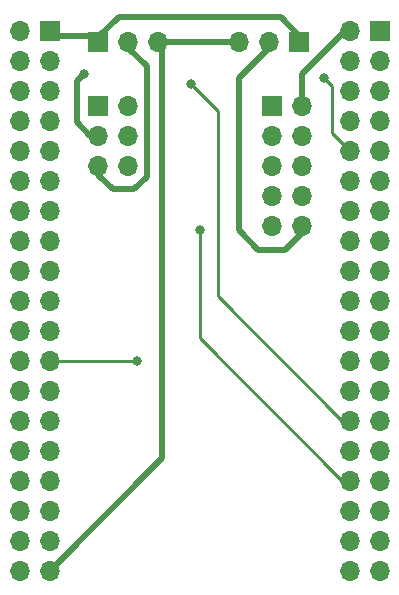
<source format=gbr>
%TF.GenerationSoftware,KiCad,Pcbnew,(6.0.10)*%
%TF.CreationDate,2023-02-13T00:06:07+09:00*%
%TF.ProjectId,esp-prog-adator,6573702d-7072-46f6-972d-616461746f72,2*%
%TF.SameCoordinates,PX85d5798PY7999e20*%
%TF.FileFunction,Copper,L1,Top*%
%TF.FilePolarity,Positive*%
%FSLAX46Y46*%
G04 Gerber Fmt 4.6, Leading zero omitted, Abs format (unit mm)*
G04 Created by KiCad (PCBNEW (6.0.10)) date 2023-02-13 00:06:07*
%MOMM*%
%LPD*%
G01*
G04 APERTURE LIST*
%TA.AperFunction,ComponentPad*%
%ADD10R,1.700000X1.700000*%
%TD*%
%TA.AperFunction,ComponentPad*%
%ADD11O,1.700000X1.700000*%
%TD*%
%TA.AperFunction,ViaPad*%
%ADD12C,0.800000*%
%TD*%
%TA.AperFunction,Conductor*%
%ADD13C,0.500000*%
%TD*%
%TA.AperFunction,Conductor*%
%ADD14C,0.250000*%
%TD*%
G04 APERTURE END LIST*
D10*
%TO.P,J5,1,Pin_1*%
%TO.N,+3V3*%
X9347000Y46863000D03*
D11*
%TO.P,J5,2,Pin_2*%
%TO.N,/Vprog*%
X11887000Y46863000D03*
%TO.P,J5,3,Pin_3*%
%TO.N,+5V*%
X14427000Y46863000D03*
%TD*%
D10*
%TO.P,J6,1,Pin_1*%
%TO.N,+3V3*%
X26347000Y46863000D03*
D11*
%TO.P,J6,2,Pin_2*%
%TO.N,/Vjtag*%
X23807000Y46863000D03*
%TO.P,J6,3,Pin_3*%
%TO.N,+5V*%
X21267000Y46863000D03*
%TD*%
D10*
%TO.P,J1,1,Pin_1*%
%TO.N,+3V3*%
X5207000Y47853600D03*
D11*
%TO.P,J1,2,Pin_2*%
X2667000Y47853600D03*
%TO.P,J1,3,Pin_3*%
%TO.N,/EN*%
X5207000Y45313600D03*
%TO.P,J1,4,Pin_4*%
X2667000Y45313600D03*
%TO.P,J1,5,Pin_5*%
%TO.N,Net-(J1-Pad5)*%
X5207000Y42773600D03*
%TO.P,J1,6,Pin_6*%
X2667000Y42773600D03*
%TO.P,J1,7,Pin_7*%
%TO.N,Net-(J1-Pad7)*%
X5207000Y40233600D03*
%TO.P,J1,8,Pin_8*%
X2667000Y40233600D03*
%TO.P,J1,9,Pin_9*%
%TO.N,Net-(J1-Pad10)*%
X5207000Y37693600D03*
%TO.P,J1,10,Pin_10*%
X2667000Y37693600D03*
%TO.P,J1,11,Pin_11*%
%TO.N,Net-(J1-Pad11)*%
X5207000Y35153600D03*
%TO.P,J1,12,Pin_12*%
X2667000Y35153600D03*
%TO.P,J1,13,Pin_13*%
%TO.N,Net-(J1-Pad13)*%
X5207000Y32613600D03*
%TO.P,J1,14,Pin_14*%
X2667000Y32613600D03*
%TO.P,J1,15,Pin_15*%
%TO.N,Net-(J1-Pad15)*%
X5207000Y30073600D03*
%TO.P,J1,16,Pin_16*%
X2667000Y30073600D03*
%TO.P,J1,17,Pin_17*%
%TO.N,Net-(J1-Pad17)*%
X5207000Y27533600D03*
%TO.P,J1,18,Pin_18*%
X2667000Y27533600D03*
%TO.P,J1,19,Pin_19*%
%TO.N,Net-(J1-Pad19)*%
X5207000Y24993600D03*
%TO.P,J1,20,Pin_20*%
X2667000Y24993600D03*
%TO.P,J1,21,Pin_21*%
%TO.N,Net-(J1-Pad21)*%
X5207000Y22453600D03*
%TO.P,J1,22,Pin_22*%
X2667000Y22453600D03*
%TO.P,J1,23,Pin_23*%
%TO.N,/TMS(G14)*%
X5207000Y19913600D03*
%TO.P,J1,24,Pin_24*%
X2667000Y19913600D03*
%TO.P,J1,25,Pin_25*%
%TO.N,/TDI(G12)*%
X5207000Y17373600D03*
%TO.P,J1,26,Pin_26*%
X2667000Y17373600D03*
%TO.P,J1,27,Pin_27*%
%TO.N,Net-(J1-Pad27)*%
X5207000Y14833600D03*
%TO.P,J1,28,Pin_28*%
X2667000Y14833600D03*
%TO.P,J1,29,Pin_29*%
%TO.N,/TCK(G13)*%
X5207000Y12293600D03*
%TO.P,J1,30,Pin_30*%
X2667000Y12293600D03*
%TO.P,J1,31,Pin_31*%
%TO.N,Net-(J1-Pad31)*%
X5207000Y9753600D03*
%TO.P,J1,32,Pin_32*%
X2667000Y9753600D03*
%TO.P,J1,33,Pin_33*%
%TO.N,Net-(J1-Pad33)*%
X5207000Y7213600D03*
%TO.P,J1,34,Pin_34*%
X2667000Y7213600D03*
%TO.P,J1,35,Pin_35*%
%TO.N,Net-(J1-Pad35)*%
X5207000Y4673600D03*
%TO.P,J1,36,Pin_36*%
X2667000Y4673600D03*
%TO.P,J1,37,Pin_37*%
%TO.N,+5V*%
X5207000Y2133600D03*
%TO.P,J1,38,Pin_38*%
X2667000Y2133600D03*
%TD*%
D10*
%TO.P,J2,1,Pin_1*%
%TO.N,GND*%
X33147000Y47853600D03*
D11*
%TO.P,J2,2,Pin_2*%
X30607000Y47853600D03*
%TO.P,J2,3,Pin_3*%
%TO.N,Net-(J2-Pad3)*%
X33147000Y45313600D03*
%TO.P,J2,4,Pin_4*%
X30607000Y45313600D03*
%TO.P,J2,5,Pin_5*%
%TO.N,Net-(J2-Pad5)*%
X33147000Y42773600D03*
%TO.P,J2,6,Pin_6*%
X30607000Y42773600D03*
%TO.P,J2,7,Pin_7*%
%TO.N,/TXD*%
X33147000Y40233600D03*
%TO.P,J2,8,Pin_8*%
X30607000Y40233600D03*
%TO.P,J2,9,Pin_9*%
%TO.N,/RXD*%
X33147000Y37693600D03*
%TO.P,J2,10,Pin_10*%
X30607000Y37693600D03*
%TO.P,J2,11,Pin_11*%
%TO.N,Net-(J2-Pad11)*%
X33147000Y35153600D03*
%TO.P,J2,12,Pin_12*%
X30607000Y35153600D03*
%TO.P,J2,13,Pin_13*%
%TO.N,Net-(J2-Pad13)*%
X33147000Y32613600D03*
%TO.P,J2,14,Pin_14*%
X30607000Y32613600D03*
%TO.P,J2,15,Pin_15*%
%TO.N,Net-(J2-Pad15)*%
X33147000Y30073600D03*
%TO.P,J2,16,Pin_16*%
X30607000Y30073600D03*
%TO.P,J2,17,Pin_17*%
%TO.N,Net-(J2-Pad17)*%
X33147000Y27533600D03*
%TO.P,J2,18,Pin_18*%
X30607000Y27533600D03*
%TO.P,J2,19,Pin_19*%
%TO.N,Net-(J2-Pad19)*%
X33147000Y24993600D03*
%TO.P,J2,20,Pin_20*%
X30607000Y24993600D03*
%TO.P,J2,21,Pin_21*%
%TO.N,Net-(J2-Pad21)*%
X33147000Y22453600D03*
%TO.P,J2,22,Pin_22*%
X30607000Y22453600D03*
%TO.P,J2,23,Pin_23*%
%TO.N,Net-(J2-Pad23)*%
X33147000Y19913600D03*
%TO.P,J2,24,Pin_24*%
X30607000Y19913600D03*
%TO.P,J2,25,Pin_25*%
%TO.N,Net-(J2-Pad25)*%
X33147000Y17373600D03*
%TO.P,J2,26,Pin_26*%
X30607000Y17373600D03*
%TO.P,J2,27,Pin_27*%
%TO.N,/G00*%
X33147000Y14833600D03*
%TO.P,J2,28,Pin_28*%
X30607000Y14833600D03*
%TO.P,J2,29,Pin_29*%
%TO.N,Net-(J2-Pad29)*%
X33147000Y12293600D03*
%TO.P,J2,30,Pin_30*%
X30607000Y12293600D03*
%TO.P,J2,31,Pin_31*%
%TO.N,/TDO(G15)*%
X33147000Y9753600D03*
%TO.P,J2,32,Pin_32*%
X30607000Y9753600D03*
%TO.P,J2,33,Pin_33*%
%TO.N,Net-(J2-Pad33)*%
X33147000Y7213600D03*
%TO.P,J2,34,Pin_34*%
X30607000Y7213600D03*
%TO.P,J2,35,Pin_35*%
%TO.N,Net-(J2-Pad35)*%
X33147000Y4673600D03*
%TO.P,J2,36,Pin_36*%
X30607000Y4673600D03*
%TO.P,J2,37,Pin_37*%
%TO.N,Net-(J2-Pad37)*%
X33147000Y2133600D03*
%TO.P,J2,38,Pin_38*%
X30607000Y2133600D03*
%TD*%
D10*
%TO.P,JTAG1,1,Pin_1*%
%TO.N,unconnected-(JTAG1-Pad1)*%
X24003000Y41503600D03*
D11*
%TO.P,JTAG1,2,Pin_2*%
%TO.N,GND*%
X26543000Y41503600D03*
%TO.P,JTAG1,3,Pin_3*%
%TO.N,/TDI(G12)*%
X24003000Y38963600D03*
%TO.P,JTAG1,4,Pin_4*%
%TO.N,unconnected-(JTAG1-Pad4)*%
X26543000Y38963600D03*
%TO.P,JTAG1,5,Pin_5*%
%TO.N,/TDO(G15)*%
X24003000Y36423600D03*
%TO.P,JTAG1,6,Pin_6*%
%TO.N,unconnected-(JTAG1-Pad6)*%
X26543000Y36423600D03*
%TO.P,JTAG1,7,Pin_7*%
%TO.N,/TCK(G13)*%
X24003000Y33883600D03*
%TO.P,JTAG1,8,Pin_8*%
%TO.N,unconnected-(JTAG1-Pad8)*%
X26543000Y33883600D03*
%TO.P,JTAG1,9,Pin_9*%
%TO.N,/TMS(G14)*%
X24003000Y31343600D03*
%TO.P,JTAG1,10,Pin_10*%
%TO.N,/Vjtag*%
X26543000Y31343600D03*
%TD*%
D10*
%TO.P,PROG1,1,Pin_1*%
%TO.N,/G00*%
X9311000Y41503600D03*
D11*
%TO.P,PROG1,2,Pin_2*%
%TO.N,/RXD*%
X11851000Y41503600D03*
%TO.P,PROG1,3,Pin_3*%
%TO.N,GND*%
X9311000Y38963600D03*
%TO.P,PROG1,4,Pin_4*%
%TO.N,/TXD*%
X11851000Y38963600D03*
%TO.P,PROG1,5,Pin_5*%
%TO.N,/Vprog*%
X9311000Y36423600D03*
%TO.P,PROG1,6,Pin_6*%
%TO.N,/EN*%
X11851000Y36423600D03*
%TD*%
D12*
%TO.N,GND*%
X8128000Y44196000D03*
%TO.N,/RXD*%
X28448000Y43815000D03*
%TO.N,/TMS(G14)*%
X12573000Y19913600D03*
%TO.N,/G00*%
X17145000Y43307000D03*
%TO.N,/TDO(G15)*%
X17907000Y30988000D03*
%TD*%
D13*
%TO.N,GND*%
X8128000Y44196000D02*
X7493000Y43561000D01*
X30607000Y47853600D02*
X30200600Y47853600D01*
X7493000Y43561000D02*
X7493000Y40132000D01*
X7493000Y40132000D02*
X8661400Y38963600D01*
X26543000Y44196000D02*
X26543000Y41503600D01*
X30200600Y47853600D02*
X26543000Y44196000D01*
X8661400Y38963600D02*
X9311000Y38963600D01*
%TO.N,+3V3*%
X9347000Y47320000D02*
X11049000Y49022000D01*
X9347000Y46863000D02*
X9347000Y47320000D01*
X26347000Y47440000D02*
X26347000Y46863000D01*
X11049000Y49022000D02*
X24765000Y49022000D01*
X8839000Y47371000D02*
X5689600Y47371000D01*
X5689600Y47371000D02*
X5207000Y47853600D01*
X9347000Y46863000D02*
X8839000Y47371000D01*
X24765000Y49022000D02*
X26347000Y47440000D01*
%TO.N,+5V*%
X14427000Y46863000D02*
X21267000Y46863000D01*
X14427000Y46863000D02*
X14732000Y46558000D01*
X14732000Y11658600D02*
X5207000Y2133600D01*
X14732000Y46558000D02*
X14732000Y11658600D01*
D14*
%TO.N,/RXD*%
X28448000Y43815000D02*
X29083000Y43180000D01*
X29083000Y39217600D02*
X30607000Y37693600D01*
X29083000Y43180000D02*
X29083000Y39217600D01*
%TO.N,/TMS(G14)*%
X5207000Y19913600D02*
X12573000Y19913600D01*
%TO.N,/G00*%
X17145000Y43307000D02*
X19431000Y41021000D01*
X29997400Y14833600D02*
X30607000Y14833600D01*
X19431000Y41021000D02*
X19431000Y25400000D01*
X19431000Y25400000D02*
X29997400Y14833600D01*
%TO.N,/TDO(G15)*%
X17907000Y30988000D02*
X17907000Y21844000D01*
X17907000Y21844000D02*
X29997400Y9753600D01*
X29997400Y9753600D02*
X30607000Y9753600D01*
D13*
%TO.N,/Vprog*%
X13462000Y35496500D02*
X12382500Y34417000D01*
X11887000Y46406000D02*
X13462000Y44831000D01*
X10541000Y34417000D02*
X9311000Y35647000D01*
X9311000Y35647000D02*
X9311000Y36423600D01*
X12382500Y34417000D02*
X10541000Y34417000D01*
X13462000Y44831000D02*
X13462000Y35496500D01*
X11887000Y46863000D02*
X11887000Y46406000D01*
%TO.N,/Vjtag*%
X26543000Y31343600D02*
X26543000Y30734000D01*
X25120600Y29311600D02*
X22885400Y29311600D01*
X23807000Y46413000D02*
X23807000Y46863000D01*
X22885400Y29311600D02*
X21209000Y30988000D01*
X26543000Y30734000D02*
X25120600Y29311600D01*
X21209000Y43815000D02*
X23807000Y46413000D01*
X21209000Y30988000D02*
X21209000Y43815000D01*
%TD*%
M02*

</source>
